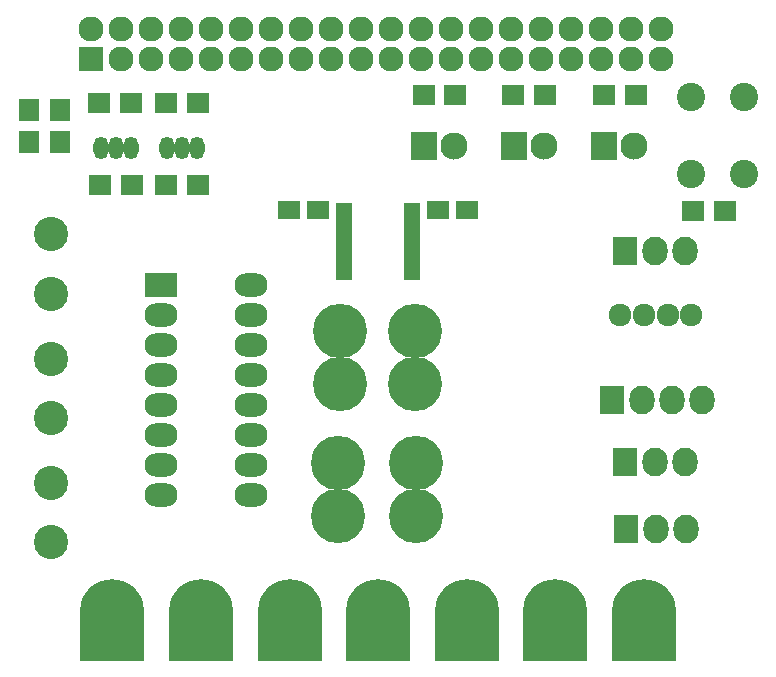
<source format=gbr>
G04 #@! TF.FileFunction,Soldermask,Top*
%FSLAX46Y46*%
G04 Gerber Fmt 4.6, Leading zero omitted, Abs format (unit mm)*
G04 Created by KiCad (PCBNEW 4.0.7) date 09/24/17 15:20:56*
%MOMM*%
%LPD*%
G01*
G04 APERTURE LIST*
%ADD10C,0.100000*%
%ADD11R,1.900000X1.650000*%
%ADD12R,2.300000X2.400000*%
%ADD13C,2.300000*%
%ADD14R,1.700000X1.900000*%
%ADD15R,2.127200X2.127200*%
%ADD16O,2.127200X2.127200*%
%ADD17C,4.600000*%
%ADD18C,5.400000*%
%ADD19R,5.400000X4.400000*%
%ADD20C,1.924000*%
%ADD21R,2.127200X2.432000*%
%ADD22O,2.127200X2.432000*%
%ADD23C,2.900000*%
%ADD24O,1.299160X1.901140*%
%ADD25R,1.900000X1.700000*%
%ADD26C,2.398980*%
%ADD27R,2.800000X2.000000*%
%ADD28O,2.800000X2.000000*%
%ADD29R,1.400000X0.800000*%
G04 APERTURE END LIST*
D10*
D11*
X139350000Y-87800000D03*
X141850000Y-87800000D03*
X151950000Y-87800000D03*
X154450000Y-87800000D03*
D12*
X166000000Y-82400000D03*
D13*
X168540000Y-82400000D03*
D12*
X150800000Y-82400000D03*
D13*
X153340000Y-82400000D03*
D12*
X158400000Y-82400000D03*
D13*
X160940000Y-82400000D03*
D14*
X117300000Y-82050000D03*
X117300000Y-79350000D03*
X120000000Y-79350000D03*
X120000000Y-82050000D03*
D15*
X122600000Y-75000000D03*
D16*
X122600000Y-72460000D03*
X125140000Y-75000000D03*
X125140000Y-72460000D03*
X127680000Y-75000000D03*
X127680000Y-72460000D03*
X130220000Y-75000000D03*
X130220000Y-72460000D03*
X132760000Y-75000000D03*
X132760000Y-72460000D03*
X135300000Y-75000000D03*
X135300000Y-72460000D03*
X137840000Y-75000000D03*
X137840000Y-72460000D03*
X140380000Y-75000000D03*
X140380000Y-72460000D03*
X142920000Y-75000000D03*
X142920000Y-72460000D03*
X145460000Y-75000000D03*
X145460000Y-72460000D03*
X148000000Y-75000000D03*
X148000000Y-72460000D03*
X150540000Y-75000000D03*
X150540000Y-72460000D03*
X153080000Y-75000000D03*
X153080000Y-72460000D03*
X155620000Y-75000000D03*
X155620000Y-72460000D03*
X158160000Y-75000000D03*
X158160000Y-72460000D03*
X160700000Y-75000000D03*
X160700000Y-72460000D03*
X163240000Y-75000000D03*
X163240000Y-72460000D03*
X165780000Y-75000000D03*
X165780000Y-72460000D03*
X168320000Y-75000000D03*
X168320000Y-72460000D03*
X170860000Y-75000000D03*
X170860000Y-72460000D03*
D17*
X150000000Y-102550000D03*
X150000000Y-98050000D03*
X143700000Y-102550000D03*
X143700000Y-98050000D03*
X143500000Y-113750000D03*
X143500000Y-109250000D03*
X150100000Y-113750000D03*
X150100000Y-109250000D03*
D18*
X124400000Y-121800000D03*
D19*
X124400000Y-123800000D03*
X124400000Y-123800000D03*
D18*
X154400000Y-121800000D03*
D19*
X154400000Y-123800000D03*
X154400000Y-123800000D03*
D18*
X139400000Y-121800000D03*
D19*
X139400000Y-123800000D03*
X139400000Y-123800000D03*
D18*
X161900000Y-121800000D03*
D19*
X161900000Y-123800000D03*
X161900000Y-123800000D03*
D18*
X146900000Y-121800000D03*
D19*
X146900000Y-123800000D03*
X146900000Y-123800000D03*
D18*
X131900000Y-121800000D03*
D19*
X131900000Y-123800000D03*
X131900000Y-123800000D03*
D20*
X167400000Y-96700000D03*
X169400000Y-96700000D03*
X171400000Y-96700000D03*
X173400000Y-96700000D03*
D21*
X167800000Y-91300000D03*
D22*
X170340000Y-91300000D03*
X172880000Y-91300000D03*
D23*
X119200000Y-89900000D03*
X119200000Y-94900000D03*
X119200000Y-100400000D03*
X119200000Y-105400000D03*
X119200000Y-110900000D03*
X119200000Y-115900000D03*
D18*
X169400000Y-121800000D03*
D19*
X169400000Y-123800000D03*
X169400000Y-123800000D03*
D21*
X166700000Y-103900000D03*
D22*
X169240000Y-103900000D03*
X171780000Y-103900000D03*
X174320000Y-103900000D03*
D24*
X124670000Y-82600000D03*
X125940000Y-82600000D03*
X123400000Y-82600000D03*
X130270000Y-82600000D03*
X131540000Y-82600000D03*
X129000000Y-82600000D03*
D25*
X166050000Y-78100000D03*
X168750000Y-78100000D03*
X150750000Y-78100000D03*
X153450000Y-78100000D03*
X158350000Y-78100000D03*
X161050000Y-78100000D03*
X176250000Y-87900000D03*
X173550000Y-87900000D03*
X123350000Y-85700000D03*
X126050000Y-85700000D03*
X123250000Y-78800000D03*
X125950000Y-78800000D03*
X128950000Y-85700000D03*
X131650000Y-85700000D03*
X128950000Y-78800000D03*
X131650000Y-78800000D03*
D26*
X173349560Y-78248800D03*
X177850440Y-84751200D03*
X177850440Y-78248800D03*
X173349560Y-84751200D03*
D27*
X128500000Y-94200000D03*
D28*
X136120000Y-111980000D03*
X128500000Y-96740000D03*
X136120000Y-109440000D03*
X128500000Y-99280000D03*
X136120000Y-106900000D03*
X128500000Y-101820000D03*
X136120000Y-104360000D03*
X128500000Y-104360000D03*
X136120000Y-101820000D03*
X128500000Y-106900000D03*
X136120000Y-99280000D03*
X128500000Y-109440000D03*
X136120000Y-96740000D03*
X128500000Y-111980000D03*
X136120000Y-94200000D03*
D21*
X167800000Y-109200000D03*
D22*
X170340000Y-109200000D03*
X172880000Y-109200000D03*
D21*
X167900000Y-114800000D03*
D22*
X170440000Y-114800000D03*
X172980000Y-114800000D03*
D29*
X144000000Y-87575000D03*
X144000000Y-88225000D03*
X144000000Y-88875000D03*
X144000000Y-89525000D03*
X144000000Y-90175000D03*
X144000000Y-90825000D03*
X144000000Y-91475000D03*
X144000000Y-92125000D03*
X144000000Y-92775000D03*
X144000000Y-93425000D03*
X149800000Y-93425000D03*
X149800000Y-92775000D03*
X149800000Y-92125000D03*
X149800000Y-91475000D03*
X149800000Y-90825000D03*
X149800000Y-90175000D03*
X149800000Y-89525000D03*
X149800000Y-88875000D03*
X149800000Y-88225000D03*
X149800000Y-87575000D03*
M02*

</source>
